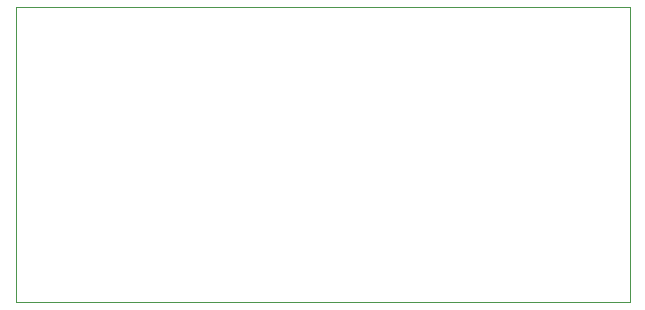
<source format=gbr>
%TF.GenerationSoftware,KiCad,Pcbnew,5.1.9-73d0e3b20d~88~ubuntu20.04.1*%
%TF.CreationDate,2021-03-24T21:29:24+01:00*%
%TF.ProjectId,10_KiCad_WCP,31305f4b-6943-4616-945f-5743502e6b69,rev?*%
%TF.SameCoordinates,Original*%
%TF.FileFunction,Profile,NP*%
%FSLAX46Y46*%
G04 Gerber Fmt 4.6, Leading zero omitted, Abs format (unit mm)*
G04 Created by KiCad (PCBNEW 5.1.9-73d0e3b20d~88~ubuntu20.04.1) date 2021-03-24 21:29:24*
%MOMM*%
%LPD*%
G01*
G04 APERTURE LIST*
%TA.AperFunction,Profile*%
%ADD10C,0.050000*%
%TD*%
G04 APERTURE END LIST*
D10*
X61000000Y-65000000D02*
X61000000Y-40000000D01*
X113000000Y-65000000D02*
X61000000Y-65000000D01*
X113000000Y-40000000D02*
X113000000Y-65000000D01*
X61000000Y-40000000D02*
X113000000Y-40000000D01*
M02*

</source>
